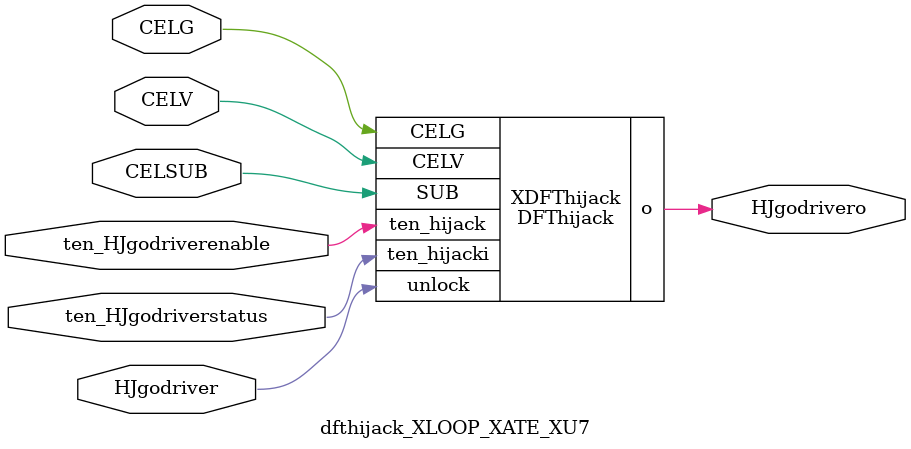
<source format=v>


module DFThijack ( o, CELG, CELV, SUB, ten_hijack, ten_hijacki, unlock );

  input CELV;
  input ten_hijack;
  input ten_hijacki;
  input unlock;
  output o;
  input SUB;
  input CELG;
endmodule


module dfthijack_XLOOP_XATE_XU7 (HJgodrivero,CELG,CELV,CELSUB,ten_HJgodriverenable,ten_HJgodriverstatus,HJgodriver);
output  HJgodrivero;
input  CELG;
input  CELV;
input  CELSUB;
input  ten_HJgodriverenable;
input  ten_HJgodriverstatus;
input  HJgodriver;

DFThijack XDFThijack(
  .o (HJgodrivero),
  .CELG (CELG),
  .CELV (CELV),
  .SUB (CELSUB),
  .ten_hijack (ten_HJgodriverenable),
  .ten_hijacki (ten_HJgodriverstatus),
  .unlock (HJgodriver)
);

endmodule


</source>
